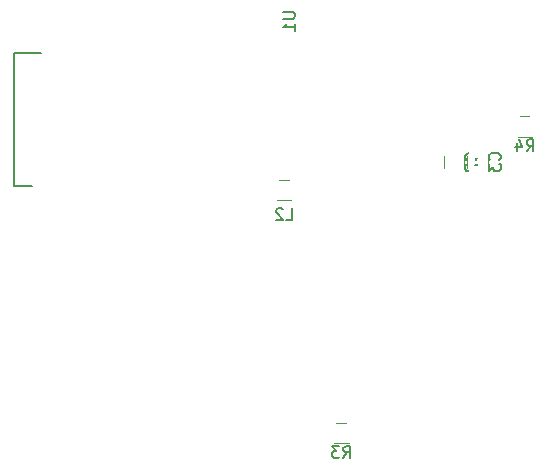
<source format=gbo>
G04 #@! TF.FileFunction,Legend,Bot*
%FSLAX46Y46*%
G04 Gerber Fmt 4.6, Leading zero omitted, Abs format (unit mm)*
G04 Created by KiCad (PCBNEW 4.0.7) date 06/01/18 20:18:40*
%MOMM*%
%LPD*%
G01*
G04 APERTURE LIST*
%ADD10C,0.100000*%
%ADD11C,0.150000*%
%ADD12C,0.120000*%
%ADD13R,1.350000X1.200000*%
%ADD14R,1.350000X1.300000*%
%ADD15R,0.800000X2.500000*%
%ADD16R,2.500000X1.250000*%
%ADD17R,2.900000X1.250000*%
%ADD18R,1.400000X0.900000*%
%ADD19R,3.000000X1.150000*%
%ADD20R,2.500000X1.150000*%
%ADD21R,3.700000X1.150000*%
%ADD22R,1.400000X1.400000*%
%ADD23O,1.400000X1.400000*%
%ADD24R,1.650000X1.400000*%
%ADD25R,1.100000X1.700000*%
%ADD26C,4.400000*%
G04 APERTURE END LIST*
D10*
D11*
X20250000Y-57080000D02*
X18750000Y-57080000D01*
X18750000Y-57080000D02*
X18750000Y-45830000D01*
X18750000Y-45830000D02*
X21000000Y-45830000D01*
D12*
X56850000Y-54500000D02*
X56850000Y-55500000D01*
X55150000Y-55500000D02*
X55150000Y-54500000D01*
X58850000Y-54500000D02*
X58850000Y-55500000D01*
X57150000Y-55500000D02*
X57150000Y-54500000D01*
X47080000Y-77090000D02*
X45880000Y-77090000D01*
X45880000Y-78850000D02*
X47080000Y-78850000D01*
X62600000Y-51120000D02*
X61400000Y-51120000D01*
X61400000Y-52880000D02*
X62600000Y-52880000D01*
X42240000Y-56510000D02*
X41040000Y-56510000D01*
X41040000Y-58270000D02*
X42240000Y-58270000D01*
D11*
X41534381Y-42318095D02*
X42343905Y-42318095D01*
X42439143Y-42365714D01*
X42486762Y-42413333D01*
X42534381Y-42508571D01*
X42534381Y-42699048D01*
X42486762Y-42794286D01*
X42439143Y-42841905D01*
X42343905Y-42889524D01*
X41534381Y-42889524D01*
X42534381Y-43889524D02*
X42534381Y-43318095D01*
X42534381Y-43603809D02*
X41534381Y-43603809D01*
X41677238Y-43508571D01*
X41772476Y-43413333D01*
X41820095Y-43318095D01*
X57857143Y-54833334D02*
X57904762Y-54785715D01*
X57952381Y-54642858D01*
X57952381Y-54547620D01*
X57904762Y-54404762D01*
X57809524Y-54309524D01*
X57714286Y-54261905D01*
X57523810Y-54214286D01*
X57380952Y-54214286D01*
X57190476Y-54261905D01*
X57095238Y-54309524D01*
X57000000Y-54404762D01*
X56952381Y-54547620D01*
X56952381Y-54642858D01*
X57000000Y-54785715D01*
X57047619Y-54833334D01*
X57047619Y-55214286D02*
X57000000Y-55261905D01*
X56952381Y-55357143D01*
X56952381Y-55595239D01*
X57000000Y-55690477D01*
X57047619Y-55738096D01*
X57142857Y-55785715D01*
X57238095Y-55785715D01*
X57380952Y-55738096D01*
X57952381Y-55166667D01*
X57952381Y-55785715D01*
X59857143Y-54833334D02*
X59904762Y-54785715D01*
X59952381Y-54642858D01*
X59952381Y-54547620D01*
X59904762Y-54404762D01*
X59809524Y-54309524D01*
X59714286Y-54261905D01*
X59523810Y-54214286D01*
X59380952Y-54214286D01*
X59190476Y-54261905D01*
X59095238Y-54309524D01*
X59000000Y-54404762D01*
X58952381Y-54547620D01*
X58952381Y-54642858D01*
X59000000Y-54785715D01*
X59047619Y-54833334D01*
X58952381Y-55166667D02*
X58952381Y-55785715D01*
X59333333Y-55452381D01*
X59333333Y-55595239D01*
X59380952Y-55690477D01*
X59428571Y-55738096D01*
X59523810Y-55785715D01*
X59761905Y-55785715D01*
X59857143Y-55738096D01*
X59904762Y-55690477D01*
X59952381Y-55595239D01*
X59952381Y-55309524D01*
X59904762Y-55214286D01*
X59857143Y-55166667D01*
X46646666Y-80072381D02*
X46980000Y-79596190D01*
X47218095Y-80072381D02*
X47218095Y-79072381D01*
X46837142Y-79072381D01*
X46741904Y-79120000D01*
X46694285Y-79167619D01*
X46646666Y-79262857D01*
X46646666Y-79405714D01*
X46694285Y-79500952D01*
X46741904Y-79548571D01*
X46837142Y-79596190D01*
X47218095Y-79596190D01*
X46313333Y-79072381D02*
X45694285Y-79072381D01*
X46027619Y-79453333D01*
X45884761Y-79453333D01*
X45789523Y-79500952D01*
X45741904Y-79548571D01*
X45694285Y-79643810D01*
X45694285Y-79881905D01*
X45741904Y-79977143D01*
X45789523Y-80024762D01*
X45884761Y-80072381D01*
X46170476Y-80072381D01*
X46265714Y-80024762D01*
X46313333Y-79977143D01*
X62166666Y-54102381D02*
X62500000Y-53626190D01*
X62738095Y-54102381D02*
X62738095Y-53102381D01*
X62357142Y-53102381D01*
X62261904Y-53150000D01*
X62214285Y-53197619D01*
X62166666Y-53292857D01*
X62166666Y-53435714D01*
X62214285Y-53530952D01*
X62261904Y-53578571D01*
X62357142Y-53626190D01*
X62738095Y-53626190D01*
X61309523Y-53435714D02*
X61309523Y-54102381D01*
X61547619Y-53054762D02*
X61785714Y-53769048D01*
X61166666Y-53769048D01*
X41806666Y-59942381D02*
X42282857Y-59942381D01*
X42282857Y-58942381D01*
X41520952Y-59037619D02*
X41473333Y-58990000D01*
X41378095Y-58942381D01*
X41139999Y-58942381D01*
X41044761Y-58990000D01*
X40997142Y-59037619D01*
X40949523Y-59132857D01*
X40949523Y-59228095D01*
X40997142Y-59370952D01*
X41568571Y-59942381D01*
X40949523Y-59942381D01*
%LPC*%
D13*
X36425000Y-56530000D03*
D14*
X36425000Y-55040000D03*
D15*
X36700000Y-52480000D03*
X36700000Y-48780000D03*
D16*
X35850000Y-58655000D03*
X28620000Y-58655000D03*
D17*
X21500000Y-58655000D03*
D18*
X25700000Y-56045000D03*
X25700000Y-54945000D03*
X25700000Y-53845000D03*
X25700000Y-52745000D03*
X25700000Y-51645000D03*
X25700000Y-50545000D03*
X25700000Y-49445000D03*
D19*
X35600000Y-43455000D03*
D20*
X30350000Y-43455000D03*
D18*
X25700000Y-48345000D03*
D21*
X22900000Y-43455000D03*
D22*
X41000000Y-64000000D03*
D23*
X42270000Y-64000000D03*
X41000000Y-65270000D03*
X42270000Y-65270000D03*
X41000000Y-66540000D03*
X42270000Y-66540000D03*
X41000000Y-67810000D03*
X42270000Y-67810000D03*
X41000000Y-69080000D03*
X42270000Y-69080000D03*
X41000000Y-70350000D03*
X42270000Y-70350000D03*
X41000000Y-71620000D03*
X42270000Y-71620000D03*
D22*
X33620000Y-39000000D03*
D23*
X33620000Y-37730000D03*
X34890000Y-39000000D03*
X34890000Y-37730000D03*
X36160000Y-39000000D03*
X36160000Y-37730000D03*
X37430000Y-39000000D03*
X37430000Y-37730000D03*
X38700000Y-39000000D03*
X38700000Y-37730000D03*
X39970000Y-39000000D03*
X39970000Y-37730000D03*
X41240000Y-39000000D03*
X41240000Y-37730000D03*
X42510000Y-39000000D03*
X42510000Y-37730000D03*
D24*
X56000000Y-56000000D03*
X56000000Y-54000000D03*
X58000000Y-56000000D03*
X58000000Y-54000000D03*
D22*
X35400000Y-24900000D03*
D23*
X36670000Y-24900000D03*
X35400000Y-26170000D03*
X36670000Y-26170000D03*
X35400000Y-27440000D03*
X36670000Y-27440000D03*
X35400000Y-28710000D03*
X36670000Y-28710000D03*
X35400000Y-29980000D03*
X36670000Y-29980000D03*
D25*
X45530000Y-77970000D03*
X47430000Y-77970000D03*
X61050000Y-52000000D03*
X62950000Y-52000000D03*
D26*
X40900000Y-78000000D03*
X78000000Y-59100000D03*
X22000000Y-40900000D03*
D22*
X44500000Y-75500000D03*
D23*
X45770000Y-75500000D03*
X47040000Y-75500000D03*
X48310000Y-75500000D03*
X49580000Y-75500000D03*
X50850000Y-75500000D03*
X52120000Y-75500000D03*
X53390000Y-75500000D03*
D22*
X64000000Y-40000000D03*
D23*
X64000000Y-41270000D03*
X64000000Y-42540000D03*
X64000000Y-43810000D03*
D25*
X40690000Y-57390000D03*
X42590000Y-57390000D03*
M02*

</source>
